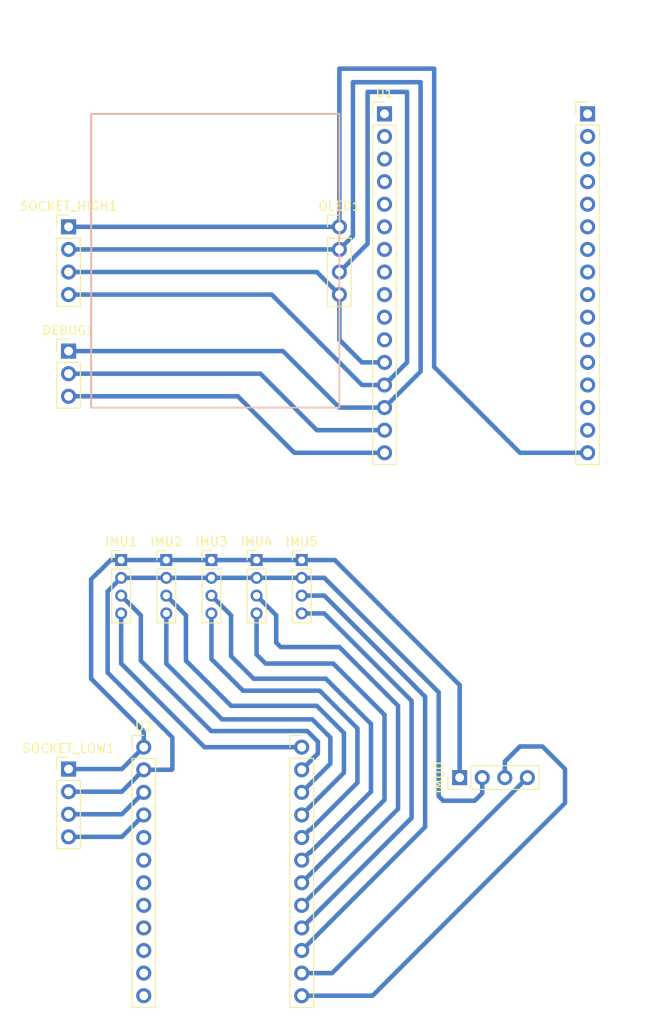
<source format=kicad_pcb>
(kicad_pcb (version 20171130) (host pcbnew "(5.0.2)-1")

  (general
    (thickness 1.6)
    (drawings 28)
    (tracks 158)
    (zones 0)
    (modules 12)
    (nets 57)
  )

  (page A4)
  (layers
    (0 F.Cu signal)
    (31 B.Cu signal)
    (32 B.Adhes user)
    (33 F.Adhes user)
    (34 B.Paste user)
    (35 F.Paste user)
    (36 B.SilkS user)
    (37 F.SilkS user)
    (38 B.Mask user)
    (39 F.Mask user)
    (40 Dwgs.User user)
    (41 Cmts.User user)
    (42 Eco1.User user)
    (43 Eco2.User user)
    (44 Edge.Cuts user)
    (45 Margin user)
    (46 B.CrtYd user)
    (47 F.CrtYd user)
    (48 B.Fab user)
    (49 F.Fab user)
  )

  (setup
    (last_trace_width 0.508)
    (user_trace_width 0.254)
    (user_trace_width 0.508)
    (user_trace_width 1.016)
    (user_trace_width 2.032)
    (trace_clearance 0.2)
    (zone_clearance 0.508)
    (zone_45_only no)
    (trace_min 0.2)
    (segment_width 0.2)
    (edge_width 0.15)
    (via_size 0.8)
    (via_drill 0.4)
    (via_min_size 0.4)
    (via_min_drill 0.3)
    (uvia_size 0.3)
    (uvia_drill 0.1)
    (uvias_allowed no)
    (uvia_min_size 0.2)
    (uvia_min_drill 0.1)
    (pcb_text_width 0.3)
    (pcb_text_size 1.5 1.5)
    (mod_edge_width 0.15)
    (mod_text_size 1 1)
    (mod_text_width 0.15)
    (pad_size 1.7 1.7)
    (pad_drill 1)
    (pad_to_mask_clearance 0.051)
    (solder_mask_min_width 0.25)
    (aux_axis_origin 0 0)
    (visible_elements 7FFFFFFF)
    (pcbplotparams
      (layerselection 0x010fc_ffffffff)
      (usegerberextensions false)
      (usegerberattributes false)
      (usegerberadvancedattributes false)
      (creategerberjobfile false)
      (excludeedgelayer true)
      (linewidth 0.100000)
      (plotframeref false)
      (viasonmask false)
      (mode 1)
      (useauxorigin false)
      (hpglpennumber 1)
      (hpglpenspeed 20)
      (hpglpendiameter 15.000000)
      (psnegative false)
      (psa4output false)
      (plotreference true)
      (plotvalue true)
      (plotinvisibletext false)
      (padsonsilk false)
      (subtractmaskfromsilk false)
      (outputformat 1)
      (mirror false)
      (drillshape 1)
      (scaleselection 1)
      (outputdirectory "svg/"))
  )

  (net 0 "")
  (net 1 "Net-(U1-Pad19)")
  (net 2 "Net-(U1-Pad24)")
  (net 3 "Net-(U1-Pad18)")
  (net 4 "Net-(U1-Pad28)")
  (net 5 "Net-(U1-Pad20)")
  (net 6 "Net-(U1-Pad30)")
  (net 7 "Net-(U1-Pad23)")
  (net 8 "Net-(U1-Pad22)")
  (net 9 "Net-(U1-Pad27)")
  (net 10 "Net-(U1-Pad31)")
  (net 11 "Net-(U1-Pad21)")
  (net 12 "Net-(U1-Pad32)")
  (net 13 "Net-(U1-Pad26)")
  (net 14 "Net-(U1-Pad25)")
  (net 15 "Net-(U1-Pad29)")
  (net 16 "Net-(U1-Pad11)")
  (net 17 "Net-(U1-Pad10)")
  (net 18 "Net-(U1-Pad9)")
  (net 19 "Net-(U1-Pad8)")
  (net 20 "Net-(U1-Pad7)")
  (net 21 "Net-(U1-Pad6)")
  (net 22 "Net-(U1-Pad5)")
  (net 23 "Net-(U1-Pad4)")
  (net 24 "Net-(U1-Pad3)")
  (net 25 "Net-(U1-Pad2)")
  (net 26 "Net-(U1-Pad1)")
  (net 27 "Net-(OLED1-Pad1)")
  (net 28 "Net-(DEBUG1-Pad3)")
  (net 29 "Net-(DEBUG1-Pad2)")
  (net 30 "Net-(DEBUG1-Pad1)")
  (net 31 "Net-(OLED1-Pad3)")
  (net 32 "Net-(OLED1-Pad4)")
  (net 33 "Net-(U2-Pad5)")
  (net 34 "Net-(U2-Pad6)")
  (net 35 "Net-(U2-Pad7)")
  (net 36 "Net-(U2-Pad8)")
  (net 37 "Net-(U2-Pad9)")
  (net 38 "Net-(U2-Pad10)")
  (net 39 "Net-(U2-Pad11)")
  (net 40 "Net-(U2-Pad12)")
  (net 41 "Net-(IMU0-Pad1)")
  (net 42 "Net-(IMU0-Pad2)")
  (net 43 "Net-(IMU0-Pad3)")
  (net 44 "Net-(IMU0-Pad4)")
  (net 45 "Net-(IMU4-Pad4)")
  (net 46 "Net-(IMU1-Pad4)")
  (net 47 "Net-(IMU1-Pad3)")
  (net 48 "Net-(IMU2-Pad4)")
  (net 49 "Net-(IMU3-Pad3)")
  (net 50 "Net-(IMU4-Pad3)")
  (net 51 "Net-(IMU5-Pad3)")
  (net 52 "Net-(IMU5-Pad4)")
  (net 53 "Net-(IMU2-Pad3)")
  (net 54 "Net-(IMU3-Pad4)")
  (net 55 "Net-(SOCKET_LOW1-Pad4)")
  (net 56 "Net-(SOCKET_LOW1-Pad3)")

  (net_class Default "This is the default net class."
    (clearance 0.2)
    (trace_width 0.25)
    (via_dia 0.8)
    (via_drill 0.4)
    (uvia_dia 0.3)
    (uvia_drill 0.1)
    (add_net "Net-(DEBUG1-Pad1)")
    (add_net "Net-(DEBUG1-Pad2)")
    (add_net "Net-(DEBUG1-Pad3)")
    (add_net "Net-(IMU0-Pad1)")
    (add_net "Net-(IMU0-Pad2)")
    (add_net "Net-(IMU0-Pad3)")
    (add_net "Net-(IMU0-Pad4)")
    (add_net "Net-(IMU1-Pad3)")
    (add_net "Net-(IMU1-Pad4)")
    (add_net "Net-(IMU2-Pad3)")
    (add_net "Net-(IMU2-Pad4)")
    (add_net "Net-(IMU3-Pad3)")
    (add_net "Net-(IMU3-Pad4)")
    (add_net "Net-(IMU4-Pad3)")
    (add_net "Net-(IMU4-Pad4)")
    (add_net "Net-(IMU5-Pad3)")
    (add_net "Net-(IMU5-Pad4)")
    (add_net "Net-(OLED1-Pad1)")
    (add_net "Net-(OLED1-Pad3)")
    (add_net "Net-(OLED1-Pad4)")
    (add_net "Net-(SOCKET_LOW1-Pad3)")
    (add_net "Net-(SOCKET_LOW1-Pad4)")
    (add_net "Net-(U1-Pad1)")
    (add_net "Net-(U1-Pad10)")
    (add_net "Net-(U1-Pad11)")
    (add_net "Net-(U1-Pad18)")
    (add_net "Net-(U1-Pad19)")
    (add_net "Net-(U1-Pad2)")
    (add_net "Net-(U1-Pad20)")
    (add_net "Net-(U1-Pad21)")
    (add_net "Net-(U1-Pad22)")
    (add_net "Net-(U1-Pad23)")
    (add_net "Net-(U1-Pad24)")
    (add_net "Net-(U1-Pad25)")
    (add_net "Net-(U1-Pad26)")
    (add_net "Net-(U1-Pad27)")
    (add_net "Net-(U1-Pad28)")
    (add_net "Net-(U1-Pad29)")
    (add_net "Net-(U1-Pad3)")
    (add_net "Net-(U1-Pad30)")
    (add_net "Net-(U1-Pad31)")
    (add_net "Net-(U1-Pad32)")
    (add_net "Net-(U1-Pad4)")
    (add_net "Net-(U1-Pad5)")
    (add_net "Net-(U1-Pad6)")
    (add_net "Net-(U1-Pad7)")
    (add_net "Net-(U1-Pad8)")
    (add_net "Net-(U1-Pad9)")
    (add_net "Net-(U2-Pad10)")
    (add_net "Net-(U2-Pad11)")
    (add_net "Net-(U2-Pad12)")
    (add_net "Net-(U2-Pad5)")
    (add_net "Net-(U2-Pad6)")
    (add_net "Net-(U2-Pad7)")
    (add_net "Net-(U2-Pad8)")
    (add_net "Net-(U2-Pad9)")
  )

  (module myLib:1x12 (layer F.Cu) (tedit 5C71375A) (tstamp 5C71E134)
    (at 49.100002 106.758206)
    (descr "Through hole straight pin header, 1x12, 2.54mm pitch, single row")
    (tags "Through hole pin header THT 1x12 2.54mm single row")
    (path /5C71D95E)
    (fp_text reference U2 (at 0 -2.33) (layer F.SilkS)
      (effects (font (size 1 1) (thickness 0.15)))
    )
    (fp_text value mux (at 0 30.27) (layer F.Fab)
      (effects (font (size 1 1) (thickness 0.15)))
    )
    (fp_line (start -0.635 -1.27) (end 1.27 -1.27) (layer F.Fab) (width 0.1))
    (fp_line (start 1.27 -1.27) (end 1.27 29.21) (layer F.Fab) (width 0.1))
    (fp_line (start 1.27 29.21) (end -1.27 29.21) (layer F.Fab) (width 0.1))
    (fp_line (start -1.27 29.21) (end -1.27 -0.635) (layer F.Fab) (width 0.1))
    (fp_line (start -1.27 -0.635) (end -0.635 -1.27) (layer F.Fab) (width 0.1))
    (fp_line (start -1.33 29.27) (end 1.33 29.27) (layer F.SilkS) (width 0.12))
    (fp_line (start -1.33 1.27) (end -1.33 29.27) (layer F.SilkS) (width 0.12))
    (fp_line (start 1.33 1.27) (end 1.33 29.27) (layer F.SilkS) (width 0.12))
    (fp_line (start -1.33 1.27) (end 1.33 1.27) (layer F.SilkS) (width 0.12))
    (fp_line (start -1.33 0) (end -1.33 -1.33) (layer F.SilkS) (width 0.12))
    (fp_line (start -1.33 -1.33) (end 0 -1.33) (layer F.SilkS) (width 0.12))
    (fp_line (start -1.8 -1.8) (end -1.8 29.75) (layer F.CrtYd) (width 0.05))
    (fp_line (start -1.8 29.75) (end 1.8 29.75) (layer F.CrtYd) (width 0.05))
    (fp_line (start 1.8 29.75) (end 1.8 -1.8) (layer F.CrtYd) (width 0.05))
    (fp_line (start 1.8 -1.8) (end -1.8 -1.8) (layer F.CrtYd) (width 0.05))
    (fp_text user %R (at 0 13.97 90) (layer F.Fab)
      (effects (font (size 1 1) (thickness 0.15)))
    )
    (fp_line (start 17.145 -1.27) (end 19.05 -1.27) (layer F.Fab) (width 0.1))
    (fp_line (start 19.05 -1.27) (end 19.05 29.21) (layer F.Fab) (width 0.1))
    (fp_line (start 19.05 29.21) (end 16.51 29.21) (layer F.Fab) (width 0.1))
    (fp_line (start 16.45 -1.33) (end 17.78 -1.33) (layer F.SilkS) (width 0.12))
    (fp_line (start 16.45 29.27) (end 19.11 29.27) (layer F.SilkS) (width 0.12))
    (fp_line (start 15.98 -1.8) (end 15.98 29.75) (layer F.CrtYd) (width 0.05))
    (fp_line (start 16.51 -0.635) (end 17.145 -1.27) (layer F.Fab) (width 0.1))
    (fp_line (start 15.98 29.75) (end 19.58 29.75) (layer F.CrtYd) (width 0.05))
    (fp_line (start 19.11 1.27) (end 19.11 29.27) (layer F.SilkS) (width 0.12))
    (fp_line (start 19.58 29.75) (end 19.58 -1.8) (layer F.CrtYd) (width 0.05))
    (fp_line (start 19.58 -1.8) (end 15.98 -1.8) (layer F.CrtYd) (width 0.05))
    (fp_line (start 16.51 29.21) (end 16.51 -0.635) (layer F.Fab) (width 0.1))
    (fp_line (start 16.45 1.27) (end 19.11 1.27) (layer F.SilkS) (width 0.12))
    (fp_line (start 16.45 0) (end 16.45 -1.33) (layer F.SilkS) (width 0.12))
    (fp_line (start 16.45 1.27) (end 16.45 29.27) (layer F.SilkS) (width 0.12))
    (fp_text user %R (at 17.78 13.97 90) (layer F.Fab)
      (effects (font (size 1 1) (thickness 0.15)))
    )
    (pad 1 thru_hole circle (at 0 0) (size 1.7 1.7) (drill 1) (layers *.Cu *.Mask)
      (net 41 "Net-(IMU0-Pad1)"))
    (pad 2 thru_hole oval (at 0 2.54) (size 1.7 1.7) (drill 1) (layers *.Cu *.Mask)
      (net 42 "Net-(IMU0-Pad2)"))
    (pad 3 thru_hole oval (at 0 5.08) (size 1.7 1.7) (drill 1) (layers *.Cu *.Mask)
      (net 56 "Net-(SOCKET_LOW1-Pad3)"))
    (pad 4 thru_hole oval (at 0 7.62) (size 1.7 1.7) (drill 1) (layers *.Cu *.Mask)
      (net 55 "Net-(SOCKET_LOW1-Pad4)"))
    (pad 5 thru_hole oval (at 0 10.16) (size 1.7 1.7) (drill 1) (layers *.Cu *.Mask)
      (net 33 "Net-(U2-Pad5)"))
    (pad 6 thru_hole oval (at 0 12.7) (size 1.7 1.7) (drill 1) (layers *.Cu *.Mask)
      (net 34 "Net-(U2-Pad6)"))
    (pad 7 thru_hole oval (at 0 15.24) (size 1.7 1.7) (drill 1) (layers *.Cu *.Mask)
      (net 35 "Net-(U2-Pad7)"))
    (pad 8 thru_hole oval (at 0 17.78) (size 1.7 1.7) (drill 1) (layers *.Cu *.Mask)
      (net 36 "Net-(U2-Pad8)"))
    (pad 9 thru_hole oval (at 0 20.32) (size 1.7 1.7) (drill 1) (layers *.Cu *.Mask)
      (net 37 "Net-(U2-Pad9)"))
    (pad 10 thru_hole oval (at 0 22.86) (size 1.7 1.7) (drill 1) (layers *.Cu *.Mask)
      (net 38 "Net-(U2-Pad10)"))
    (pad 11 thru_hole oval (at 0 25.4) (size 1.7 1.7) (drill 1) (layers *.Cu *.Mask)
      (net 39 "Net-(U2-Pad11)"))
    (pad 12 thru_hole oval (at 0 27.94) (size 1.7 1.7) (drill 1) (layers *.Cu *.Mask)
      (net 40 "Net-(U2-Pad12)"))
    (pad 19 thru_hole oval (at 17.78 12.7) (size 1.7 1.7) (drill 1) (layers *.Cu *.Mask)
      (net 49 "Net-(IMU3-Pad3)"))
    (pad 22 thru_hole oval (at 17.78 5.08) (size 1.7 1.7) (drill 1) (layers *.Cu *.Mask)
      (net 48 "Net-(IMU2-Pad4)"))
    (pad 15 thru_hole oval (at 17.78 22.86) (size 1.7 1.7) (drill 1) (layers *.Cu *.Mask)
      (net 51 "Net-(IMU5-Pad3)"))
    (pad 14 thru_hole oval (at 17.78 25.4) (size 1.7 1.7) (drill 1) (layers *.Cu *.Mask)
      (net 44 "Net-(IMU0-Pad4)"))
    (pad 13 thru_hole oval (at 17.78 27.94) (size 1.7 1.7) (drill 1) (layers *.Cu *.Mask)
      (net 43 "Net-(IMU0-Pad3)"))
    (pad 16 thru_hole oval (at 17.78 20.32) (size 1.7 1.7) (drill 1) (layers *.Cu *.Mask)
      (net 52 "Net-(IMU5-Pad4)"))
    (pad 18 thru_hole oval (at 17.78 15.24) (size 1.7 1.7) (drill 1) (layers *.Cu *.Mask)
      (net 45 "Net-(IMU4-Pad4)"))
    (pad 20 thru_hole oval (at 17.78 10.16) (size 1.7 1.7) (drill 1) (layers *.Cu *.Mask)
      (net 54 "Net-(IMU3-Pad4)"))
    (pad 21 thru_hole oval (at 17.78 7.62) (size 1.7 1.7) (drill 1) (layers *.Cu *.Mask)
      (net 53 "Net-(IMU2-Pad3)"))
    (pad 24 thru_hole oval (at 17.78 0) (size 1.7 1.7) (drill 1) (layers *.Cu *.Mask)
      (net 46 "Net-(IMU1-Pad4)"))
    (pad 23 thru_hole oval (at 17.78 2.54) (size 1.7 1.7) (drill 1) (layers *.Cu *.Mask)
      (net 47 "Net-(IMU1-Pad3)"))
    (pad 17 thru_hole oval (at 17.78 17.78) (size 1.7 1.7) (drill 1) (layers *.Cu *.Mask)
      (net 50 "Net-(IMU4-Pad3)"))
    (model ${KISYS3DMOD}/Connector_PinHeader_2.54mm.3dshapes/PinHeader_1x12_P2.54mm_Vertical.wrl
      (at (xyz 0 0 0))
      (scale (xyz 1 1 1))
      (rotate (xyz 0 0 0))
    )
  )

  (module myLib:PinHeader_1x16_P2.54mm_Vertical (layer F.Cu) (tedit 5C71041D) (tstamp 5C7FD43E)
    (at 76.2 35.56)
    (descr "Through hole straight pin header, 1x16, 2.54mm pitch, single row")
    (tags "Through hole pin header THT 1x16 2.54mm single row")
    (path /5C711050)
    (fp_text reference U1 (at 0 -2.33) (layer F.SilkS)
      (effects (font (size 1 1) (thickness 0.15)))
    )
    (fp_text value NANOPI (at 0 40.43) (layer F.Fab)
      (effects (font (size 1 1) (thickness 0.15)))
    )
    (fp_line (start 21.06 39.9) (end 24.66 39.9) (layer F.CrtYd) (width 0.05))
    (fp_line (start 24.13 -1.27) (end 24.13 39.37) (layer F.Fab) (width 0.1))
    (fp_line (start 24.66 39.9) (end 24.66 -1.8) (layer F.CrtYd) (width 0.05))
    (fp_line (start 21.53 -1.33) (end 22.86 -1.33) (layer F.SilkS) (width 0.12))
    (fp_line (start 21.59 -0.635) (end 22.225 -1.27) (layer F.Fab) (width 0.1))
    (fp_line (start 21.53 0) (end 21.53 -1.33) (layer F.SilkS) (width 0.12))
    (fp_line (start 21.53 1.27) (end 24.19 1.27) (layer F.SilkS) (width 0.12))
    (fp_line (start 21.53 39.43) (end 24.19 39.43) (layer F.SilkS) (width 0.12))
    (fp_line (start 22.225 -1.27) (end 24.13 -1.27) (layer F.Fab) (width 0.1))
    (fp_line (start 24.19 1.27) (end 24.19 39.43) (layer F.SilkS) (width 0.12))
    (fp_line (start 21.53 1.27) (end 21.53 39.43) (layer F.SilkS) (width 0.12))
    (fp_line (start 21.06 -1.8) (end 21.06 39.9) (layer F.CrtYd) (width 0.05))
    (fp_line (start 24.66 -1.8) (end 21.06 -1.8) (layer F.CrtYd) (width 0.05))
    (fp_line (start 24.13 39.37) (end 21.59 39.37) (layer F.Fab) (width 0.1))
    (fp_line (start 21.59 39.37) (end 21.59 -0.635) (layer F.Fab) (width 0.1))
    (fp_text user %R (at 22.86 19.05 90) (layer F.Fab)
      (effects (font (size 1 1) (thickness 0.15)))
    )
    (fp_text user %R (at 0 19.05 90) (layer F.Fab)
      (effects (font (size 1 1) (thickness 0.15)))
    )
    (fp_line (start 1.8 -1.8) (end -1.8 -1.8) (layer F.CrtYd) (width 0.05))
    (fp_line (start 1.8 39.9) (end 1.8 -1.8) (layer F.CrtYd) (width 0.05))
    (fp_line (start -1.8 39.9) (end 1.8 39.9) (layer F.CrtYd) (width 0.05))
    (fp_line (start -1.8 -1.8) (end -1.8 39.9) (layer F.CrtYd) (width 0.05))
    (fp_line (start -1.33 -1.33) (end 0 -1.33) (layer F.SilkS) (width 0.12))
    (fp_line (start -1.33 0) (end -1.33 -1.33) (layer F.SilkS) (width 0.12))
    (fp_line (start -1.33 1.27) (end 1.33 1.27) (layer F.SilkS) (width 0.12))
    (fp_line (start 1.33 1.27) (end 1.33 39.43) (layer F.SilkS) (width 0.12))
    (fp_line (start -1.33 1.27) (end -1.33 39.43) (layer F.SilkS) (width 0.12))
    (fp_line (start -1.33 39.43) (end 1.33 39.43) (layer F.SilkS) (width 0.12))
    (fp_line (start -1.27 -0.635) (end -0.635 -1.27) (layer F.Fab) (width 0.1))
    (fp_line (start -1.27 39.37) (end -1.27 -0.635) (layer F.Fab) (width 0.1))
    (fp_line (start 1.27 39.37) (end -1.27 39.37) (layer F.Fab) (width 0.1))
    (fp_line (start 1.27 -1.27) (end 1.27 39.37) (layer F.Fab) (width 0.1))
    (fp_line (start -0.635 -1.27) (end 1.27 -1.27) (layer F.Fab) (width 0.1))
    (pad 19 thru_hole oval (at 22.86 33.02) (size 1.7 1.7) (drill 1) (layers *.Cu *.Mask)
      (net 1 "Net-(U1-Pad19)"))
    (pad 17 thru_hole oval (at 22.86 38.1) (size 1.7 1.7) (drill 1) (layers *.Cu *.Mask)
      (net 27 "Net-(OLED1-Pad1)"))
    (pad 24 thru_hole oval (at 22.86 20.32) (size 1.7 1.7) (drill 1) (layers *.Cu *.Mask)
      (net 2 "Net-(U1-Pad24)"))
    (pad 18 thru_hole oval (at 22.86 35.56) (size 1.7 1.7) (drill 1) (layers *.Cu *.Mask)
      (net 3 "Net-(U1-Pad18)"))
    (pad 28 thru_hole oval (at 22.86 10.16) (size 1.7 1.7) (drill 1) (layers *.Cu *.Mask)
      (net 4 "Net-(U1-Pad28)"))
    (pad 20 thru_hole oval (at 22.86 30.48) (size 1.7 1.7) (drill 1) (layers *.Cu *.Mask)
      (net 5 "Net-(U1-Pad20)"))
    (pad 30 thru_hole oval (at 22.86 5.08) (size 1.7 1.7) (drill 1) (layers *.Cu *.Mask)
      (net 6 "Net-(U1-Pad30)"))
    (pad 23 thru_hole oval (at 22.86 22.86) (size 1.7 1.7) (drill 1) (layers *.Cu *.Mask)
      (net 7 "Net-(U1-Pad23)"))
    (pad 22 thru_hole oval (at 22.86 25.4) (size 1.7 1.7) (drill 1) (layers *.Cu *.Mask)
      (net 8 "Net-(U1-Pad22)"))
    (pad 27 thru_hole oval (at 22.86 12.7) (size 1.7 1.7) (drill 1) (layers *.Cu *.Mask)
      (net 9 "Net-(U1-Pad27)"))
    (pad 31 thru_hole oval (at 22.86 2.54) (size 1.7 1.7) (drill 1) (layers *.Cu *.Mask)
      (net 10 "Net-(U1-Pad31)"))
    (pad 21 thru_hole oval (at 22.86 27.94) (size 1.7 1.7) (drill 1) (layers *.Cu *.Mask)
      (net 11 "Net-(U1-Pad21)"))
    (pad 32 thru_hole rect (at 22.86 0) (size 1.7 1.7) (drill 1) (layers *.Cu *.Mask)
      (net 12 "Net-(U1-Pad32)"))
    (pad 26 thru_hole oval (at 22.86 15.24) (size 1.7 1.7) (drill 1) (layers *.Cu *.Mask)
      (net 13 "Net-(U1-Pad26)"))
    (pad 25 thru_hole oval (at 22.86 17.78) (size 1.7 1.7) (drill 1) (layers *.Cu *.Mask)
      (net 14 "Net-(U1-Pad25)"))
    (pad 29 thru_hole oval (at 22.86 7.62) (size 1.7 1.7) (drill 1) (layers *.Cu *.Mask)
      (net 15 "Net-(U1-Pad29)"))
    (pad 16 thru_hole oval (at 0 38.1) (size 1.7 1.7) (drill 1) (layers *.Cu *.Mask)
      (net 28 "Net-(DEBUG1-Pad3)"))
    (pad 15 thru_hole oval (at 0 35.56) (size 1.7 1.7) (drill 1) (layers *.Cu *.Mask)
      (net 29 "Net-(DEBUG1-Pad2)"))
    (pad 14 thru_hole oval (at 0 33.02) (size 1.7 1.7) (drill 1) (layers *.Cu *.Mask)
      (net 30 "Net-(DEBUG1-Pad1)"))
    (pad 13 thru_hole oval (at 0 30.48) (size 1.7 1.7) (drill 1) (layers *.Cu *.Mask)
      (net 31 "Net-(OLED1-Pad3)"))
    (pad 12 thru_hole oval (at 0 27.94) (size 1.7 1.7) (drill 1) (layers *.Cu *.Mask)
      (net 32 "Net-(OLED1-Pad4)"))
    (pad 11 thru_hole oval (at 0 25.4) (size 1.7 1.7) (drill 1) (layers *.Cu *.Mask)
      (net 16 "Net-(U1-Pad11)"))
    (pad 10 thru_hole oval (at 0 22.86) (size 1.7 1.7) (drill 1) (layers *.Cu *.Mask)
      (net 17 "Net-(U1-Pad10)"))
    (pad 9 thru_hole oval (at 0 20.32) (size 1.7 1.7) (drill 1) (layers *.Cu *.Mask)
      (net 18 "Net-(U1-Pad9)"))
    (pad 8 thru_hole oval (at 0 17.78) (size 1.7 1.7) (drill 1) (layers *.Cu *.Mask)
      (net 19 "Net-(U1-Pad8)"))
    (pad 7 thru_hole oval (at 0 15.24) (size 1.7 1.7) (drill 1) (layers *.Cu *.Mask)
      (net 20 "Net-(U1-Pad7)"))
    (pad 6 thru_hole oval (at 0 12.7) (size 1.7 1.7) (drill 1) (layers *.Cu *.Mask)
      (net 21 "Net-(U1-Pad6)"))
    (pad 5 thru_hole oval (at 0 10.16) (size 1.7 1.7) (drill 1) (layers *.Cu *.Mask)
      (net 22 "Net-(U1-Pad5)"))
    (pad 4 thru_hole oval (at 0 7.62) (size 1.7 1.7) (drill 1) (layers *.Cu *.Mask)
      (net 23 "Net-(U1-Pad4)"))
    (pad 3 thru_hole oval (at 0 5.08) (size 1.7 1.7) (drill 1) (layers *.Cu *.Mask)
      (net 24 "Net-(U1-Pad3)"))
    (pad 2 thru_hole oval (at 0 2.54) (size 1.7 1.7) (drill 1) (layers *.Cu *.Mask)
      (net 25 "Net-(U1-Pad2)"))
    (pad 1 thru_hole rect (at 0 0) (size 1.7 1.7) (drill 1) (layers *.Cu *.Mask)
      (net 26 "Net-(U1-Pad1)"))
    (model ${KISYS3DMOD}/Connector_PinHeader_2.54mm.3dshapes/PinHeader_1x16_P2.54mm_Vertical.wrl
      (at (xyz 0 0 0))
      (scale (xyz 1 1 1))
      (rotate (xyz 0 0 0))
    )
  )

  (module Connector_PinHeader_2.00mm:PinHeader_1x04_P2.00mm_Vertical (layer F.Cu) (tedit 59FED667) (tstamp 5C7B911A)
    (at 51.640002 85.721054)
    (descr "Through hole straight pin header, 1x04, 2.00mm pitch, single row")
    (tags "Through hole pin header THT 1x04 2.00mm single row")
    (path /5C713A19)
    (fp_text reference IMU2 (at 0 -2.06) (layer F.SilkS)
      (effects (font (size 1 1) (thickness 0.15)))
    )
    (fp_text value Conn_01x04_Female (at 0 8.06) (layer F.Fab)
      (effects (font (size 1 1) (thickness 0.15)))
    )
    (fp_text user %R (at 0 3 90) (layer F.Fab)
      (effects (font (size 1 1) (thickness 0.15)))
    )
    (fp_line (start 1.5 -1.5) (end -1.5 -1.5) (layer F.CrtYd) (width 0.05))
    (fp_line (start 1.5 7.5) (end 1.5 -1.5) (layer F.CrtYd) (width 0.05))
    (fp_line (start -1.5 7.5) (end 1.5 7.5) (layer F.CrtYd) (width 0.05))
    (fp_line (start -1.5 -1.5) (end -1.5 7.5) (layer F.CrtYd) (width 0.05))
    (fp_line (start -1.06 -1.06) (end 0 -1.06) (layer F.SilkS) (width 0.12))
    (fp_line (start -1.06 0) (end -1.06 -1.06) (layer F.SilkS) (width 0.12))
    (fp_line (start -1.06 1) (end 1.06 1) (layer F.SilkS) (width 0.12))
    (fp_line (start 1.06 1) (end 1.06 7.06) (layer F.SilkS) (width 0.12))
    (fp_line (start -1.06 1) (end -1.06 7.06) (layer F.SilkS) (width 0.12))
    (fp_line (start -1.06 7.06) (end 1.06 7.06) (layer F.SilkS) (width 0.12))
    (fp_line (start -1 -0.5) (end -0.5 -1) (layer F.Fab) (width 0.1))
    (fp_line (start -1 7) (end -1 -0.5) (layer F.Fab) (width 0.1))
    (fp_line (start 1 7) (end -1 7) (layer F.Fab) (width 0.1))
    (fp_line (start 1 -1) (end 1 7) (layer F.Fab) (width 0.1))
    (fp_line (start -0.5 -1) (end 1 -1) (layer F.Fab) (width 0.1))
    (pad 4 thru_hole oval (at 0 6) (size 1.35 1.35) (drill 0.8) (layers *.Cu *.Mask)
      (net 48 "Net-(IMU2-Pad4)"))
    (pad 3 thru_hole oval (at 0 4) (size 1.35 1.35) (drill 0.8) (layers *.Cu *.Mask)
      (net 53 "Net-(IMU2-Pad3)"))
    (pad 2 thru_hole oval (at 0 2) (size 1.35 1.35) (drill 0.8) (layers *.Cu *.Mask)
      (net 42 "Net-(IMU0-Pad2)"))
    (pad 1 thru_hole rect (at 0 0) (size 1.35 1.35) (drill 0.8) (layers *.Cu *.Mask)
      (net 41 "Net-(IMU0-Pad1)"))
    (model ${KISYS3DMOD}/Connector_PinHeader_2.00mm.3dshapes/PinHeader_1x04_P2.00mm_Vertical.wrl
      (at (xyz 0 0 0))
      (scale (xyz 1 1 1))
      (rotate (xyz 0 0 0))
    )
  )

  (module Connector_PinHeader_2.00mm:PinHeader_1x04_P2.00mm_Vertical (layer F.Cu) (tedit 59FED667) (tstamp 5C7B915F)
    (at 66.880002 85.721054)
    (descr "Through hole straight pin header, 1x04, 2.00mm pitch, single row")
    (tags "Through hole pin header THT 1x04 2.00mm single row")
    (path /5C7149D3)
    (fp_text reference IMU5 (at 0 -2.06) (layer F.SilkS)
      (effects (font (size 1 1) (thickness 0.15)))
    )
    (fp_text value Conn_01x04_Female (at 0 8.06) (layer F.Fab)
      (effects (font (size 1 1) (thickness 0.15)))
    )
    (fp_line (start -0.5 -1) (end 1 -1) (layer F.Fab) (width 0.1))
    (fp_line (start 1 -1) (end 1 7) (layer F.Fab) (width 0.1))
    (fp_line (start 1 7) (end -1 7) (layer F.Fab) (width 0.1))
    (fp_line (start -1 7) (end -1 -0.5) (layer F.Fab) (width 0.1))
    (fp_line (start -1 -0.5) (end -0.5 -1) (layer F.Fab) (width 0.1))
    (fp_line (start -1.06 7.06) (end 1.06 7.06) (layer F.SilkS) (width 0.12))
    (fp_line (start -1.06 1) (end -1.06 7.06) (layer F.SilkS) (width 0.12))
    (fp_line (start 1.06 1) (end 1.06 7.06) (layer F.SilkS) (width 0.12))
    (fp_line (start -1.06 1) (end 1.06 1) (layer F.SilkS) (width 0.12))
    (fp_line (start -1.06 0) (end -1.06 -1.06) (layer F.SilkS) (width 0.12))
    (fp_line (start -1.06 -1.06) (end 0 -1.06) (layer F.SilkS) (width 0.12))
    (fp_line (start -1.5 -1.5) (end -1.5 7.5) (layer F.CrtYd) (width 0.05))
    (fp_line (start -1.5 7.5) (end 1.5 7.5) (layer F.CrtYd) (width 0.05))
    (fp_line (start 1.5 7.5) (end 1.5 -1.5) (layer F.CrtYd) (width 0.05))
    (fp_line (start 1.5 -1.5) (end -1.5 -1.5) (layer F.CrtYd) (width 0.05))
    (fp_text user %R (at 0 3 90) (layer F.Fab)
      (effects (font (size 1 1) (thickness 0.15)))
    )
    (pad 1 thru_hole rect (at 0 0) (size 1.35 1.35) (drill 0.8) (layers *.Cu *.Mask)
      (net 41 "Net-(IMU0-Pad1)"))
    (pad 2 thru_hole oval (at 0 2) (size 1.35 1.35) (drill 0.8) (layers *.Cu *.Mask)
      (net 42 "Net-(IMU0-Pad2)"))
    (pad 3 thru_hole oval (at 0 4) (size 1.35 1.35) (drill 0.8) (layers *.Cu *.Mask)
      (net 51 "Net-(IMU5-Pad3)"))
    (pad 4 thru_hole oval (at 0 6) (size 1.35 1.35) (drill 0.8) (layers *.Cu *.Mask)
      (net 52 "Net-(IMU5-Pad4)"))
    (model ${KISYS3DMOD}/Connector_PinHeader_2.00mm.3dshapes/PinHeader_1x04_P2.00mm_Vertical.wrl
      (at (xyz 0 0 0))
      (scale (xyz 1 1 1))
      (rotate (xyz 0 0 0))
    )
  )

  (module Connector_PinHeader_2.00mm:PinHeader_1x04_P2.00mm_Vertical (layer F.Cu) (tedit 59FED667) (tstamp 5C7B9148)
    (at 61.800002 85.721054)
    (descr "Through hole straight pin header, 1x04, 2.00mm pitch, single row")
    (tags "Through hole pin header THT 1x04 2.00mm single row")
    (path /5C71459B)
    (fp_text reference IMU4 (at 0 -2.06) (layer F.SilkS)
      (effects (font (size 1 1) (thickness 0.15)))
    )
    (fp_text value Conn_01x04_Female (at 0 8.06) (layer F.Fab)
      (effects (font (size 1 1) (thickness 0.15)))
    )
    (fp_text user %R (at 0 3 90) (layer F.Fab)
      (effects (font (size 1 1) (thickness 0.15)))
    )
    (fp_line (start 1.5 -1.5) (end -1.5 -1.5) (layer F.CrtYd) (width 0.05))
    (fp_line (start 1.5 7.5) (end 1.5 -1.5) (layer F.CrtYd) (width 0.05))
    (fp_line (start -1.5 7.5) (end 1.5 7.5) (layer F.CrtYd) (width 0.05))
    (fp_line (start -1.5 -1.5) (end -1.5 7.5) (layer F.CrtYd) (width 0.05))
    (fp_line (start -1.06 -1.06) (end 0 -1.06) (layer F.SilkS) (width 0.12))
    (fp_line (start -1.06 0) (end -1.06 -1.06) (layer F.SilkS) (width 0.12))
    (fp_line (start -1.06 1) (end 1.06 1) (layer F.SilkS) (width 0.12))
    (fp_line (start 1.06 1) (end 1.06 7.06) (layer F.SilkS) (width 0.12))
    (fp_line (start -1.06 1) (end -1.06 7.06) (layer F.SilkS) (width 0.12))
    (fp_line (start -1.06 7.06) (end 1.06 7.06) (layer F.SilkS) (width 0.12))
    (fp_line (start -1 -0.5) (end -0.5 -1) (layer F.Fab) (width 0.1))
    (fp_line (start -1 7) (end -1 -0.5) (layer F.Fab) (width 0.1))
    (fp_line (start 1 7) (end -1 7) (layer F.Fab) (width 0.1))
    (fp_line (start 1 -1) (end 1 7) (layer F.Fab) (width 0.1))
    (fp_line (start -0.5 -1) (end 1 -1) (layer F.Fab) (width 0.1))
    (pad 4 thru_hole oval (at 0 6) (size 1.35 1.35) (drill 0.8) (layers *.Cu *.Mask)
      (net 45 "Net-(IMU4-Pad4)"))
    (pad 3 thru_hole oval (at 0 4) (size 1.35 1.35) (drill 0.8) (layers *.Cu *.Mask)
      (net 50 "Net-(IMU4-Pad3)"))
    (pad 2 thru_hole oval (at 0 2) (size 1.35 1.35) (drill 0.8) (layers *.Cu *.Mask)
      (net 42 "Net-(IMU0-Pad2)"))
    (pad 1 thru_hole rect (at 0 0) (size 1.35 1.35) (drill 0.8) (layers *.Cu *.Mask)
      (net 41 "Net-(IMU0-Pad1)"))
    (model ${KISYS3DMOD}/Connector_PinHeader_2.00mm.3dshapes/PinHeader_1x04_P2.00mm_Vertical.wrl
      (at (xyz 0 0 0))
      (scale (xyz 1 1 1))
      (rotate (xyz 0 0 0))
    )
  )

  (module Connector_PinHeader_2.00mm:PinHeader_1x04_P2.00mm_Vertical (layer F.Cu) (tedit 59FED667) (tstamp 5C7B9131)
    (at 56.720002 85.721054)
    (descr "Through hole straight pin header, 1x04, 2.00mm pitch, single row")
    (tags "Through hole pin header THT 1x04 2.00mm single row")
    (path /5C7141C8)
    (fp_text reference IMU3 (at 0 -2.06) (layer F.SilkS)
      (effects (font (size 1 1) (thickness 0.15)))
    )
    (fp_text value Conn_01x04_Female (at 0 8.06) (layer F.Fab)
      (effects (font (size 1 1) (thickness 0.15)))
    )
    (fp_line (start -0.5 -1) (end 1 -1) (layer F.Fab) (width 0.1))
    (fp_line (start 1 -1) (end 1 7) (layer F.Fab) (width 0.1))
    (fp_line (start 1 7) (end -1 7) (layer F.Fab) (width 0.1))
    (fp_line (start -1 7) (end -1 -0.5) (layer F.Fab) (width 0.1))
    (fp_line (start -1 -0.5) (end -0.5 -1) (layer F.Fab) (width 0.1))
    (fp_line (start -1.06 7.06) (end 1.06 7.06) (layer F.SilkS) (width 0.12))
    (fp_line (start -1.06 1) (end -1.06 7.06) (layer F.SilkS) (width 0.12))
    (fp_line (start 1.06 1) (end 1.06 7.06) (layer F.SilkS) (width 0.12))
    (fp_line (start -1.06 1) (end 1.06 1) (layer F.SilkS) (width 0.12))
    (fp_line (start -1.06 0) (end -1.06 -1.06) (layer F.SilkS) (width 0.12))
    (fp_line (start -1.06 -1.06) (end 0 -1.06) (layer F.SilkS) (width 0.12))
    (fp_line (start -1.5 -1.5) (end -1.5 7.5) (layer F.CrtYd) (width 0.05))
    (fp_line (start -1.5 7.5) (end 1.5 7.5) (layer F.CrtYd) (width 0.05))
    (fp_line (start 1.5 7.5) (end 1.5 -1.5) (layer F.CrtYd) (width 0.05))
    (fp_line (start 1.5 -1.5) (end -1.5 -1.5) (layer F.CrtYd) (width 0.05))
    (fp_text user %R (at 0 3 90) (layer F.Fab)
      (effects (font (size 1 1) (thickness 0.15)))
    )
    (pad 1 thru_hole rect (at 0 0) (size 1.35 1.35) (drill 0.8) (layers *.Cu *.Mask)
      (net 41 "Net-(IMU0-Pad1)"))
    (pad 2 thru_hole oval (at 0 2) (size 1.35 1.35) (drill 0.8) (layers *.Cu *.Mask)
      (net 42 "Net-(IMU0-Pad2)"))
    (pad 3 thru_hole oval (at 0 4) (size 1.35 1.35) (drill 0.8) (layers *.Cu *.Mask)
      (net 49 "Net-(IMU3-Pad3)"))
    (pad 4 thru_hole oval (at 0 6) (size 1.35 1.35) (drill 0.8) (layers *.Cu *.Mask)
      (net 54 "Net-(IMU3-Pad4)"))
    (model ${KISYS3DMOD}/Connector_PinHeader_2.00mm.3dshapes/PinHeader_1x04_P2.00mm_Vertical.wrl
      (at (xyz 0 0 0))
      (scale (xyz 1 1 1))
      (rotate (xyz 0 0 0))
    )
  )

  (module Connector_PinHeader_2.00mm:PinHeader_1x04_P2.00mm_Vertical (layer F.Cu) (tedit 59FED667) (tstamp 5C7B9103)
    (at 46.560002 85.721054)
    (descr "Through hole straight pin header, 1x04, 2.00mm pitch, single row")
    (tags "Through hole pin header THT 1x04 2.00mm single row")
    (path /5C712DB2)
    (fp_text reference IMU1 (at 0 -2.06) (layer F.SilkS)
      (effects (font (size 1 1) (thickness 0.15)))
    )
    (fp_text value Conn_01x04_Female (at 0 8.06) (layer F.Fab)
      (effects (font (size 1 1) (thickness 0.15)))
    )
    (fp_line (start -0.5 -1) (end 1 -1) (layer F.Fab) (width 0.1))
    (fp_line (start 1 -1) (end 1 7) (layer F.Fab) (width 0.1))
    (fp_line (start 1 7) (end -1 7) (layer F.Fab) (width 0.1))
    (fp_line (start -1 7) (end -1 -0.5) (layer F.Fab) (width 0.1))
    (fp_line (start -1 -0.5) (end -0.5 -1) (layer F.Fab) (width 0.1))
    (fp_line (start -1.06 7.06) (end 1.06 7.06) (layer F.SilkS) (width 0.12))
    (fp_line (start -1.06 1) (end -1.06 7.06) (layer F.SilkS) (width 0.12))
    (fp_line (start 1.06 1) (end 1.06 7.06) (layer F.SilkS) (width 0.12))
    (fp_line (start -1.06 1) (end 1.06 1) (layer F.SilkS) (width 0.12))
    (fp_line (start -1.06 0) (end -1.06 -1.06) (layer F.SilkS) (width 0.12))
    (fp_line (start -1.06 -1.06) (end 0 -1.06) (layer F.SilkS) (width 0.12))
    (fp_line (start -1.5 -1.5) (end -1.5 7.5) (layer F.CrtYd) (width 0.05))
    (fp_line (start -1.5 7.5) (end 1.5 7.5) (layer F.CrtYd) (width 0.05))
    (fp_line (start 1.5 7.5) (end 1.5 -1.5) (layer F.CrtYd) (width 0.05))
    (fp_line (start 1.5 -1.5) (end -1.5 -1.5) (layer F.CrtYd) (width 0.05))
    (fp_text user %R (at 0 3 90) (layer F.Fab)
      (effects (font (size 1 1) (thickness 0.15)))
    )
    (pad 1 thru_hole rect (at 0 0) (size 1.35 1.35) (drill 0.8) (layers *.Cu *.Mask)
      (net 41 "Net-(IMU0-Pad1)"))
    (pad 2 thru_hole oval (at 0 2) (size 1.35 1.35) (drill 0.8) (layers *.Cu *.Mask)
      (net 42 "Net-(IMU0-Pad2)"))
    (pad 3 thru_hole oval (at 0 4) (size 1.35 1.35) (drill 0.8) (layers *.Cu *.Mask)
      (net 47 "Net-(IMU1-Pad3)"))
    (pad 4 thru_hole oval (at 0 6) (size 1.35 1.35) (drill 0.8) (layers *.Cu *.Mask)
      (net 46 "Net-(IMU1-Pad4)"))
    (model ${KISYS3DMOD}/Connector_PinHeader_2.00mm.3dshapes/PinHeader_1x04_P2.00mm_Vertical.wrl
      (at (xyz 0 0 0))
      (scale (xyz 1 1 1))
      (rotate (xyz 0 0 0))
    )
  )

  (module Connector_PinHeader_2.54mm:PinHeader_1x04_P2.54mm_Vertical (layer F.Cu) (tedit 59FED5CC) (tstamp 5C720A06)
    (at 40.64 109.22)
    (descr "Through hole straight pin header, 1x04, 2.54mm pitch, single row")
    (tags "Through hole pin header THT 1x04 2.54mm single row")
    (path /5C714F0D)
    (fp_text reference SOCKET_LOW1 (at 0 -2.33) (layer F.SilkS)
      (effects (font (size 1 1) (thickness 0.15)))
    )
    (fp_text value Conn_01x04_Female (at 0 9.95) (layer F.Fab)
      (effects (font (size 1 1) (thickness 0.15)))
    )
    (fp_line (start -0.635 -1.27) (end 1.27 -1.27) (layer F.Fab) (width 0.1))
    (fp_line (start 1.27 -1.27) (end 1.27 8.89) (layer F.Fab) (width 0.1))
    (fp_line (start 1.27 8.89) (end -1.27 8.89) (layer F.Fab) (width 0.1))
    (fp_line (start -1.27 8.89) (end -1.27 -0.635) (layer F.Fab) (width 0.1))
    (fp_line (start -1.27 -0.635) (end -0.635 -1.27) (layer F.Fab) (width 0.1))
    (fp_line (start -1.33 8.95) (end 1.33 8.95) (layer F.SilkS) (width 0.12))
    (fp_line (start -1.33 1.27) (end -1.33 8.95) (layer F.SilkS) (width 0.12))
    (fp_line (start 1.33 1.27) (end 1.33 8.95) (layer F.SilkS) (width 0.12))
    (fp_line (start -1.33 1.27) (end 1.33 1.27) (layer F.SilkS) (width 0.12))
    (fp_line (start -1.33 0) (end -1.33 -1.33) (layer F.SilkS) (width 0.12))
    (fp_line (start -1.33 -1.33) (end 0 -1.33) (layer F.SilkS) (width 0.12))
    (fp_line (start -1.8 -1.8) (end -1.8 9.4) (layer F.CrtYd) (width 0.05))
    (fp_line (start -1.8 9.4) (end 1.8 9.4) (layer F.CrtYd) (width 0.05))
    (fp_line (start 1.8 9.4) (end 1.8 -1.8) (layer F.CrtYd) (width 0.05))
    (fp_line (start 1.8 -1.8) (end -1.8 -1.8) (layer F.CrtYd) (width 0.05))
    (fp_text user %R (at 0 3.81 90) (layer F.Fab)
      (effects (font (size 1 1) (thickness 0.15)))
    )
    (pad 1 thru_hole rect (at 0 0) (size 1.7 1.7) (drill 1) (layers *.Cu *.Mask)
      (net 41 "Net-(IMU0-Pad1)"))
    (pad 2 thru_hole oval (at 0 2.54) (size 1.7 1.7) (drill 1) (layers *.Cu *.Mask)
      (net 42 "Net-(IMU0-Pad2)"))
    (pad 3 thru_hole oval (at 0 5.08) (size 1.7 1.7) (drill 1) (layers *.Cu *.Mask)
      (net 56 "Net-(SOCKET_LOW1-Pad3)"))
    (pad 4 thru_hole oval (at 0 7.62) (size 1.7 1.7) (drill 1) (layers *.Cu *.Mask)
      (net 55 "Net-(SOCKET_LOW1-Pad4)"))
    (model ${KISYS3DMOD}/Connector_PinHeader_2.54mm.3dshapes/PinHeader_1x04_P2.54mm_Vertical.wrl
      (at (xyz 0 0 0))
      (scale (xyz 1 1 1))
      (rotate (xyz 0 0 0))
    )
  )

  (module Connector_PinHeader_2.54mm:PinHeader_1x04_P2.54mm_Vertical (layer F.Cu) (tedit 59FED5CC) (tstamp 5C7209EE)
    (at 40.64 48.26)
    (descr "Through hole straight pin header, 1x04, 2.54mm pitch, single row")
    (tags "Through hole pin header THT 1x04 2.54mm single row")
    (path /5C712C38)
    (fp_text reference SOCKET_HIGH1 (at 0 -2.33) (layer F.SilkS)
      (effects (font (size 1 1) (thickness 0.15)))
    )
    (fp_text value Conn_01x04_Female (at 0 9.95) (layer F.Fab)
      (effects (font (size 1 1) (thickness 0.15)))
    )
    (fp_text user %R (at 0 3.81 90) (layer F.Fab)
      (effects (font (size 1 1) (thickness 0.15)))
    )
    (fp_line (start 1.8 -1.8) (end -1.8 -1.8) (layer F.CrtYd) (width 0.05))
    (fp_line (start 1.8 9.4) (end 1.8 -1.8) (layer F.CrtYd) (width 0.05))
    (fp_line (start -1.8 9.4) (end 1.8 9.4) (layer F.CrtYd) (width 0.05))
    (fp_line (start -1.8 -1.8) (end -1.8 9.4) (layer F.CrtYd) (width 0.05))
    (fp_line (start -1.33 -1.33) (end 0 -1.33) (layer F.SilkS) (width 0.12))
    (fp_line (start -1.33 0) (end -1.33 -1.33) (layer F.SilkS) (width 0.12))
    (fp_line (start -1.33 1.27) (end 1.33 1.27) (layer F.SilkS) (width 0.12))
    (fp_line (start 1.33 1.27) (end 1.33 8.95) (layer F.SilkS) (width 0.12))
    (fp_line (start -1.33 1.27) (end -1.33 8.95) (layer F.SilkS) (width 0.12))
    (fp_line (start -1.33 8.95) (end 1.33 8.95) (layer F.SilkS) (width 0.12))
    (fp_line (start -1.27 -0.635) (end -0.635 -1.27) (layer F.Fab) (width 0.1))
    (fp_line (start -1.27 8.89) (end -1.27 -0.635) (layer F.Fab) (width 0.1))
    (fp_line (start 1.27 8.89) (end -1.27 8.89) (layer F.Fab) (width 0.1))
    (fp_line (start 1.27 -1.27) (end 1.27 8.89) (layer F.Fab) (width 0.1))
    (fp_line (start -0.635 -1.27) (end 1.27 -1.27) (layer F.Fab) (width 0.1))
    (pad 4 thru_hole oval (at 0 7.62) (size 1.7 1.7) (drill 1) (layers *.Cu *.Mask)
      (net 31 "Net-(OLED1-Pad3)"))
    (pad 3 thru_hole oval (at 0 5.08) (size 1.7 1.7) (drill 1) (layers *.Cu *.Mask)
      (net 32 "Net-(OLED1-Pad4)"))
    (pad 2 thru_hole oval (at 0 2.54) (size 1.7 1.7) (drill 1) (layers *.Cu *.Mask)
      (net 30 "Net-(DEBUG1-Pad1)"))
    (pad 1 thru_hole rect (at 0 0) (size 1.7 1.7) (drill 1) (layers *.Cu *.Mask)
      (net 27 "Net-(OLED1-Pad1)"))
    (model ${KISYS3DMOD}/Connector_PinHeader_2.54mm.3dshapes/PinHeader_1x04_P2.54mm_Vertical.wrl
      (at (xyz 0 0 0))
      (scale (xyz 1 1 1))
      (rotate (xyz 0 0 0))
    )
  )

  (module Connector_PinHeader_2.54mm:PinHeader_1x04_P2.54mm_Vertical (layer F.Cu) (tedit 5C7BFA1B) (tstamp 5C72091A)
    (at 84.660002 110.17747 90)
    (descr "Through hole straight pin header, 1x04, 2.54mm pitch, single row")
    (tags "Through hole pin header THT 1x04 2.54mm single row")
    (path /5C712712)
    (fp_text reference IMU0 (at 0 -2.33 90) (layer F.SilkS)
      (effects (font (size 1 1) (thickness 0.15)))
    )
    (fp_text value Conn_01x04_Female (at 0 9.95 90) (layer F.Fab)
      (effects (font (size 1 1) (thickness 0.15)))
    )
    (fp_line (start -0.635 -1.27) (end 1.27 -1.27) (layer F.Fab) (width 0.1))
    (fp_line (start 1.27 -1.27) (end 1.27 8.89) (layer F.Fab) (width 0.1))
    (fp_line (start 1.27 8.89) (end -1.27 8.89) (layer F.Fab) (width 0.1))
    (fp_line (start -1.27 8.89) (end -1.27 -0.635) (layer F.Fab) (width 0.1))
    (fp_line (start -1.27 -0.635) (end -0.635 -1.27) (layer F.Fab) (width 0.1))
    (fp_line (start -1.33 8.95) (end 1.33 8.95) (layer F.SilkS) (width 0.12))
    (fp_line (start -1.33 1.27) (end -1.33 8.95) (layer F.SilkS) (width 0.12))
    (fp_line (start 1.33 1.27) (end 1.33 8.95) (layer F.SilkS) (width 0.12))
    (fp_line (start -1.33 1.27) (end 1.33 1.27) (layer F.SilkS) (width 0.12))
    (fp_line (start -1.33 0) (end -1.33 -1.33) (layer F.SilkS) (width 0.12))
    (fp_line (start -1.33 -1.33) (end 0 -1.33) (layer F.SilkS) (width 0.12))
    (fp_line (start -1.8 -1.8) (end -1.8 9.4) (layer F.CrtYd) (width 0.05))
    (fp_line (start -1.8 9.4) (end 1.8 9.4) (layer F.CrtYd) (width 0.05))
    (fp_line (start 1.8 9.4) (end 1.8 -1.8) (layer F.CrtYd) (width 0.05))
    (fp_line (start 1.8 -1.8) (end -1.8 -1.8) (layer F.CrtYd) (width 0.05))
    (fp_text user %R (at 0 3.81 180) (layer F.Fab)
      (effects (font (size 1 1) (thickness 0.15)))
    )
    (pad 1 thru_hole rect (at 0 0 90) (size 1.7 1.7) (drill 1) (layers *.Cu *.Mask)
      (net 41 "Net-(IMU0-Pad1)"))
    (pad 2 thru_hole oval (at 0 2.54 90) (size 1.7 1.7) (drill 1) (layers *.Cu *.Mask)
      (net 42 "Net-(IMU0-Pad2)"))
    (pad 3 thru_hole oval (at 0 5.08 90) (size 1.7 1.7) (drill 1) (layers *.Cu *.Mask)
      (net 43 "Net-(IMU0-Pad3)"))
    (pad 4 thru_hole oval (at 0 7.62 90) (size 1.7 1.7) (drill 1) (layers *.Cu *.Mask)
      (net 44 "Net-(IMU0-Pad4)"))
    (model ${KISYS3DMOD}/Connector_PinHeader_2.54mm.3dshapes/PinHeader_1x04_P2.54mm_Vertical.wrl
      (at (xyz 0 0 0))
      (scale (xyz 1 1 1))
      (rotate (xyz 0 0 0))
    )
  )

  (module Connector_PinHeader_2.54mm:PinHeader_1x04_P2.54mm_Vertical (layer F.Cu) (tedit 5C7C0A21) (tstamp 5C80A360)
    (at 71.12 48.26)
    (descr "Through hole straight pin header, 1x04, 2.54mm pitch, single row")
    (tags "Through hole pin header THT 1x04 2.54mm single row")
    (path /5C7119E9)
    (fp_text reference OLED1 (at 0 -2.33) (layer F.SilkS)
      (effects (font (size 1 1) (thickness 0.15)))
    )
    (fp_text value Conn_01x04_Female (at 0 9.95) (layer F.Fab)
      (effects (font (size 1 1) (thickness 0.15)))
    )
    (fp_text user %R (at 0 3.81 90) (layer F.Fab)
      (effects (font (size 1 1) (thickness 0.15)))
    )
    (fp_line (start 1.8 -1.8) (end -1.8 -1.8) (layer F.CrtYd) (width 0.05))
    (fp_line (start 1.8 9.4) (end 1.8 -1.8) (layer F.CrtYd) (width 0.05))
    (fp_line (start -1.8 9.4) (end 1.8 9.4) (layer F.CrtYd) (width 0.05))
    (fp_line (start -1.8 -1.8) (end -1.8 9.4) (layer F.CrtYd) (width 0.05))
    (fp_line (start -1.33 -1.33) (end 0 -1.33) (layer F.SilkS) (width 0.12))
    (fp_line (start -1.33 0) (end -1.33 -1.33) (layer F.SilkS) (width 0.12))
    (fp_line (start -1.33 1.27) (end 1.33 1.27) (layer F.SilkS) (width 0.12))
    (fp_line (start 1.33 1.27) (end 1.33 8.95) (layer F.SilkS) (width 0.12))
    (fp_line (start -1.33 1.27) (end -1.33 8.95) (layer F.SilkS) (width 0.12))
    (fp_line (start -1.33 8.95) (end 1.33 8.95) (layer F.SilkS) (width 0.12))
    (fp_line (start -1.27 -0.635) (end -0.635 -1.27) (layer F.Fab) (width 0.1))
    (fp_line (start -1.27 8.89) (end -1.27 -0.635) (layer F.Fab) (width 0.1))
    (fp_line (start 1.27 8.89) (end -1.27 8.89) (layer F.Fab) (width 0.1))
    (fp_line (start 1.27 -1.27) (end 1.27 8.89) (layer F.Fab) (width 0.1))
    (fp_line (start -0.635 -1.27) (end 1.27 -1.27) (layer F.Fab) (width 0.1))
    (pad 4 thru_hole oval (at 0 7.62) (size 1.7 1.7) (drill 1) (layers *.Cu *.Mask)
      (net 32 "Net-(OLED1-Pad4)"))
    (pad 3 thru_hole oval (at 0 5.08) (size 1.7 1.7) (drill 1) (layers *.Cu *.Mask)
      (net 31 "Net-(OLED1-Pad3)"))
    (pad 2 thru_hole oval (at 0 2.54) (size 1.7 1.7) (drill 1) (layers *.Cu *.Mask)
      (net 30 "Net-(DEBUG1-Pad1)"))
    (pad 1 thru_hole circle (at 0 0) (size 1.7 1.7) (drill 1) (layers *.Cu *.Mask)
      (net 27 "Net-(OLED1-Pad1)"))
    (model ${KISYS3DMOD}/Connector_PinHeader_2.54mm.3dshapes/PinHeader_1x04_P2.54mm_Vertical.wrl
      (at (xyz 0 0 0))
      (scale (xyz 1 1 1))
      (rotate (xyz 0 0 0))
    )
  )

  (module Connector_PinHeader_2.54mm:PinHeader_1x03_P2.54mm_Vertical (layer F.Cu) (tedit 59FED5CC) (tstamp 5C80A38F)
    (at 40.64 62.23)
    (descr "Through hole straight pin header, 1x03, 2.54mm pitch, single row")
    (tags "Through hole pin header THT 1x03 2.54mm single row")
    (path /5C71527A)
    (fp_text reference DEBUG1 (at 0 -2.33) (layer F.SilkS)
      (effects (font (size 1 1) (thickness 0.15)))
    )
    (fp_text value Conn_01x03_Female (at 0 7.41) (layer F.Fab)
      (effects (font (size 1 1) (thickness 0.15)))
    )
    (fp_text user %R (at 0 2.54 90) (layer F.Fab)
      (effects (font (size 1 1) (thickness 0.15)))
    )
    (fp_line (start 1.8 -1.8) (end -1.8 -1.8) (layer F.CrtYd) (width 0.05))
    (fp_line (start 1.8 6.85) (end 1.8 -1.8) (layer F.CrtYd) (width 0.05))
    (fp_line (start -1.8 6.85) (end 1.8 6.85) (layer F.CrtYd) (width 0.05))
    (fp_line (start -1.8 -1.8) (end -1.8 6.85) (layer F.CrtYd) (width 0.05))
    (fp_line (start -1.33 -1.33) (end 0 -1.33) (layer F.SilkS) (width 0.12))
    (fp_line (start -1.33 0) (end -1.33 -1.33) (layer F.SilkS) (width 0.12))
    (fp_line (start -1.33 1.27) (end 1.33 1.27) (layer F.SilkS) (width 0.12))
    (fp_line (start 1.33 1.27) (end 1.33 6.41) (layer F.SilkS) (width 0.12))
    (fp_line (start -1.33 1.27) (end -1.33 6.41) (layer F.SilkS) (width 0.12))
    (fp_line (start -1.33 6.41) (end 1.33 6.41) (layer F.SilkS) (width 0.12))
    (fp_line (start -1.27 -0.635) (end -0.635 -1.27) (layer F.Fab) (width 0.1))
    (fp_line (start -1.27 6.35) (end -1.27 -0.635) (layer F.Fab) (width 0.1))
    (fp_line (start 1.27 6.35) (end -1.27 6.35) (layer F.Fab) (width 0.1))
    (fp_line (start 1.27 -1.27) (end 1.27 6.35) (layer F.Fab) (width 0.1))
    (fp_line (start -0.635 -1.27) (end 1.27 -1.27) (layer F.Fab) (width 0.1))
    (pad 3 thru_hole oval (at 0 5.08) (size 1.7 1.7) (drill 1) (layers *.Cu *.Mask)
      (net 28 "Net-(DEBUG1-Pad3)"))
    (pad 2 thru_hole oval (at 0 2.54) (size 1.7 1.7) (drill 1) (layers *.Cu *.Mask)
      (net 29 "Net-(DEBUG1-Pad2)"))
    (pad 1 thru_hole rect (at 0 0) (size 1.7 1.7) (drill 1) (layers *.Cu *.Mask)
      (net 30 "Net-(DEBUG1-Pad1)"))
    (model ${KISYS3DMOD}/Connector_PinHeader_2.54mm.3dshapes/PinHeader_1x03_P2.54mm_Vertical.wrl
      (at (xyz 0 0 0))
      (scale (xyz 1 1 1))
      (rotate (xyz 0 0 0))
    )
  )

  (gr_line (start 38.1 33.02) (end 38.1 76.2) (layer B.Paste) (width 0.2))
  (gr_circle (center 104 86.5) (end 105.5 86.5) (layer B.Paste) (width 0.2))
  (gr_circle (center 104 73.5) (end 105.5 73.5) (layer B.Paste) (width 0.2))
  (gr_circle (center 40.5 35.5) (end 42 35.5) (layer B.Paste) (width 0.2))
  (gr_circle (center 40.5 73.5) (end 42 73.5) (layer B.Paste) (width 0.2))
  (gr_circle (center 40.5 86.5) (end 42 86.5) (layer F.Paste) (width 0.2))
  (gr_circle (center 40.5 96.5) (end 42 96.5) (layer B.Paste) (width 0.2))
  (gr_circle (center 40.5 134.5) (end 42 134.5) (layer B.Paste) (width 0.2))
  (gr_circle (center 104 134.5) (end 105.5 134.5) (layer B.Paste) (width 0.2))
  (gr_circle (center 104 25.5) (end 105.5 25.5) (layer B.Paste) (width 0.2))
  (gr_line (start 38.1 22.86) (end 38.1 33.02) (layer F.Paste) (width 0.2))
  (gr_line (start 69.596 22.86) (end 38.1 22.86) (layer F.Paste) (width 0.2))
  (gr_circle (center 40.5 25.5) (end 42 25.5) (layer F.Paste) (width 0.2))
  (gr_line (start 69.5 94) (end 69.5 84) (layer F.Paste) (width 0.2))
  (gr_line (start 38 94) (end 69.5 94) (layer F.Paste) (width 0.2))
  (gr_line (start 69.5 33) (end 69.5 23) (layer B.Paste) (width 0.2))
  (gr_line (start 38.25 33) (end 69.5 33) (layer B.Paste) (width 0.2))
  (gr_line (start 38.1 83.82) (end 38.1 137.16) (layer B.Paste) (width 0.2) (tstamp 5C718ECD))
  (gr_line (start 38.1 137.16) (end 106.68 137.16) (layer B.Paste) (width 0.2) (tstamp 5C718ECC))
  (gr_line (start 106.68 137.16) (end 106.68 83.82) (layer B.Paste) (width 0.2) (tstamp 5C718ECB))
  (gr_line (start 106.68 83.82) (end 38.1 83.82) (layer B.Paste) (width 0.2) (tstamp 5C718ECA))
  (gr_line (start 106.68 22.86) (end 69.596 22.86) (layer B.Paste) (width 0.2))
  (gr_line (start 106.68 76.2) (end 106.68 22.86) (layer B.Paste) (width 0.2))
  (gr_line (start 38.1 76.2) (end 106.68 76.2) (layer B.Paste) (width 0.2))
  (gr_line (start 71.12 68.58) (end 71.12 35.56) (layer B.SilkS) (width 0.2))
  (gr_line (start 43.18 68.58) (end 71.12 68.58) (layer B.SilkS) (width 0.2))
  (gr_line (start 43.18 35.56) (end 43.18 68.58) (layer B.SilkS) (width 0.2))
  (gr_line (start 71.12 35.56) (end 43.18 35.56) (layer B.SilkS) (width 0.2))

  (segment (start 71.12 48.26) (end 40.64 48.26) (width 0.508) (layer B.Cu) (net 27))
  (segment (start 91.44 73.66) (end 99.06 73.66) (width 0.508) (layer B.Cu) (net 27))
  (segment (start 81.788 64.008) (end 91.44 73.66) (width 0.508) (layer B.Cu) (net 27))
  (segment (start 81.788 30.48) (end 81.788 64.008) (width 0.508) (layer B.Cu) (net 27))
  (segment (start 71.12 48.26) (end 71.12 30.48) (width 0.508) (layer B.Cu) (net 27))
  (segment (start 71.12 30.48) (end 81.788 30.48) (width 0.508) (layer B.Cu) (net 27))
  (segment (start 41.91 67.31) (end 40.64 67.31) (width 0.508) (layer B.Cu) (net 28))
  (segment (start 59.69 67.31) (end 41.91 67.31) (width 0.508) (layer B.Cu) (net 28))
  (segment (start 76.2 73.66) (end 66.04 73.66) (width 0.508) (layer B.Cu) (net 28))
  (segment (start 66.04 73.66) (end 59.69 67.31) (width 0.508) (layer B.Cu) (net 28))
  (segment (start 62.23 64.77) (end 40.64 64.77) (width 0.508) (layer B.Cu) (net 29))
  (segment (start 76.2 71.12) (end 68.58 71.12) (width 0.508) (layer B.Cu) (net 29))
  (segment (start 68.58 71.12) (end 62.23 64.77) (width 0.508) (layer B.Cu) (net 29))
  (segment (start 40.64 50.8) (end 71.12 50.8) (width 0.508) (layer B.Cu) (net 30))
  (segment (start 71.12 50.8) (end 71.12 50.8) (width 0.508) (layer B.Cu) (net 30) (tstamp 5C719BA9))
  (via (at 71.12 50.8) (size 0.8) (drill 0.4) (layers F.Cu B.Cu) (net 30) (status 1000000))
  (segment (start 80.264 32.004) (end 72.644 32.004) (width 0.508) (layer B.Cu) (net 30))
  (segment (start 76.2 68.58) (end 80.264 64.516) (width 0.508) (layer B.Cu) (net 30))
  (segment (start 80.264 64.516) (end 80.264 32.004) (width 0.508) (layer B.Cu) (net 30))
  (segment (start 76.2 68.58) (end 71.12 68.58) (width 0.508) (layer B.Cu) (net 30))
  (segment (start 64.77 62.23) (end 40.64 62.23) (width 0.508) (layer B.Cu) (net 30))
  (segment (start 71.12 68.58) (end 64.77 62.23) (width 0.508) (layer B.Cu) (net 30))
  (segment (start 72.644 49.276) (end 71.12 50.8) (width 0.508) (layer B.Cu) (net 30))
  (segment (start 72.644 32.004) (end 72.644 49.276) (width 0.508) (layer B.Cu) (net 30))
  (segment (start 40.64 55.88) (end 63.5 55.88) (width 0.508) (layer B.Cu) (net 31))
  (segment (start 76.2 66.04) (end 73.66 66.04) (width 0.508) (layer B.Cu) (net 31))
  (segment (start 73.66 66.04) (end 63.5 55.88) (width 0.508) (layer B.Cu) (net 31))
  (segment (start 74.295 50.165) (end 71.12 53.34) (width 0.508) (layer B.Cu) (net 31))
  (segment (start 74.295 33.09301) (end 74.295 50.165) (width 0.508) (layer B.Cu) (net 31))
  (segment (start 78.74 33.09301) (end 74.295 33.09301) (width 0.508) (layer B.Cu) (net 31))
  (segment (start 76.2 66.04) (end 78.74 63.5) (width 0.508) (layer B.Cu) (net 31))
  (segment (start 78.74 63.5) (end 78.74 33.09301) (width 0.508) (layer B.Cu) (net 31))
  (segment (start 73.66 63.5) (end 76.2 63.5) (width 0.508) (layer B.Cu) (net 32))
  (segment (start 73.66 63.5) (end 71.12 60.96) (width 0.508) (layer B.Cu) (net 32))
  (segment (start 68.58 53.34) (end 71.12 55.88) (width 0.508) (layer B.Cu) (net 32))
  (segment (start 40.64 53.34) (end 68.58 53.34) (width 0.508) (layer B.Cu) (net 32))
  (segment (start 71.12 60.96) (end 71.12 55.88) (width 0.508) (layer B.Cu) (net 32))
  (segment (start 46.560002 85.721054) (end 66.880002 85.721054) (width 0.508) (layer B.Cu) (net 41))
  (segment (start 45.377002 85.721054) (end 46.560002 85.721054) (width 0.508) (layer B.Cu) (net 41))
  (segment (start 44.069347 87.028709) (end 45.377002 85.721054) (width 0.508) (layer B.Cu) (net 41))
  (segment (start 44.069347 87.028709) (end 44.035291 87.028709) (width 0.508) (layer B.Cu) (net 41))
  (segment (start 44.035291 87.028709) (end 43.18 87.884) (width 0.508) (layer B.Cu) (net 41))
  (segment (start 49.100002 106.758206) (end 49.100002 104.980002) (width 0.508) (layer B.Cu) (net 41))
  (segment (start 43.18 99.06) (end 43.18 87.884) (width 0.508) (layer B.Cu) (net 41))
  (segment (start 49.100002 104.980002) (end 43.18 99.06) (width 0.508) (layer B.Cu) (net 41))
  (segment (start 84.660002 108.81947) (end 84.660002 110.17747) (width 0.508) (layer B.Cu) (net 41))
  (segment (start 84.660002 99.778054) (end 84.660002 108.81947) (width 0.508) (layer B.Cu) (net 41))
  (segment (start 66.880002 85.721054) (end 70.603002 85.721054) (width 0.508) (layer B.Cu) (net 41))
  (segment (start 70.603002 85.721054) (end 84.660002 99.778054) (width 0.508) (layer B.Cu) (net 41))
  (segment (start 46.560002 87.721054) (end 66.880002 87.721054) (width 0.508) (layer B.Cu) (net 42))
  (segment (start 80.250948 98.552) (end 69.420002 87.721054) (width 0.508) (layer B.Cu) (net 42))
  (segment (start 86.36 112.776) (end 82.804 112.776) (width 0.508) (layer B.Cu) (net 42))
  (segment (start 87.200002 110.17747) (end 87.200002 111.935998) (width 0.508) (layer B.Cu) (net 42))
  (segment (start 87.200002 111.935998) (end 86.36 112.776) (width 0.508) (layer B.Cu) (net 42))
  (segment (start 49.021796 109.22) (end 49.100002 109.298206) (width 0.508) (layer B.Cu) (net 42))
  (segment (start 40.718206 109.298206) (end 40.64 109.22) (width 0.508) (layer B.Cu) (net 41))
  (segment (start 46.638208 109.22) (end 49.100002 106.758206) (width 0.508) (layer B.Cu) (net 41))
  (segment (start 40.64 109.22) (end 46.638208 109.22) (width 0.508) (layer B.Cu) (net 41))
  (segment (start 80.250948 98.552) (end 80.264 98.552) (width 0.508) (layer B.Cu) (net 42))
  (segment (start 80.264 98.552) (end 82.296 100.584) (width 0.508) (layer B.Cu) (net 42))
  (segment (start 82.296 112.268) (end 82.804 112.776) (width 0.508) (layer B.Cu) (net 42))
  (segment (start 82.296 100.584) (end 82.296 112.268) (width 0.508) (layer B.Cu) (net 42))
  (segment (start 66.880002 87.721054) (end 69.420002 87.721054) (width 0.508) (layer B.Cu) (net 42))
  (segment (start 89.740002 110.17747) (end 89.740002 108.379998) (width 0.508) (layer B.Cu) (net 43))
  (segment (start 89.740002 108.379998) (end 91.44 106.68) (width 0.508) (layer B.Cu) (net 43))
  (segment (start 91.44 106.68) (end 93.98 106.68) (width 0.508) (layer B.Cu) (net 43))
  (segment (start 93.98 106.68) (end 96.52 109.22) (width 0.508) (layer B.Cu) (net 43))
  (segment (start 96.52 113.034749) (end 96.52 109.22) (width 0.508) (layer B.Cu) (net 43))
  (segment (start 74.856543 134.698206) (end 96.52 113.034749) (width 0.508) (layer B.Cu) (net 43))
  (segment (start 66.880002 134.698206) (end 74.856543 134.698206) (width 0.508) (layer B.Cu) (net 43))
  (segment (start 70.299266 132.158206) (end 66.880002 132.158206) (width 0.508) (layer B.Cu) (net 44))
  (segment (start 92.280002 110.17747) (end 70.299266 132.158206) (width 0.508) (layer B.Cu) (net 44))
  (segment (start 61.800002 96.344002) (end 61.800002 91.721054) (width 0.508) (layer B.Cu) (net 45))
  (segment (start 62.816002 97.360002) (end 61.800002 96.344002) (width 0.508) (layer B.Cu) (net 45))
  (segment (start 70.436002 97.360002) (end 62.816002 97.360002) (width 0.508) (layer B.Cu) (net 45))
  (segment (start 76.2 103.124) (end 70.436002 97.360002) (width 0.508) (layer B.Cu) (net 45))
  (segment (start 66.880002 121.998206) (end 76.2 112.678208) (width 0.508) (layer B.Cu) (net 45))
  (segment (start 76.2 112.678208) (end 76.2 103.124) (width 0.508) (layer B.Cu) (net 45))
  (segment (start 46.560002 97.360002) (end 46.560002 91.721054) (width 0.508) (layer B.Cu) (net 46))
  (segment (start 49.100002 99.900002) (end 46.560002 97.360002) (width 0.508) (layer B.Cu) (net 46))
  (segment (start 49.100002 99.919582) (end 49.100002 99.900002) (width 0.508) (layer B.Cu) (net 46))
  (segment (start 66.880002 106.758206) (end 55.938626 106.758206) (width 0.508) (layer B.Cu) (net 46))
  (segment (start 55.938626 106.758206) (end 49.100002 99.919582) (width 0.508) (layer B.Cu) (net 46))
  (segment (start 53.099305 101.340357) (end 53.099305 101.359305) (width 0.508) (layer B.Cu) (net 47))
  (segment (start 53.099305 101.359305) (end 48.768 97.028) (width 0.508) (layer B.Cu) (net 47))
  (segment (start 48.768 91.929052) (end 46.560002 89.721054) (width 0.508) (layer B.Cu) (net 47))
  (segment (start 48.768 97.028) (end 48.768 91.929052) (width 0.508) (layer B.Cu) (net 47))
  (segment (start 53.848 102.108) (end 53.099305 101.359305) (width 0.508) (layer B.Cu) (net 47))
  (segment (start 56.686205 104.946205) (end 53.848 102.108) (width 0.508) (layer B.Cu) (net 47))
  (segment (start 67.505923 104.946205) (end 56.686205 104.946205) (width 0.508) (layer B.Cu) (net 47))
  (segment (start 68.692003 106.132285) (end 67.505923 104.946205) (width 0.508) (layer B.Cu) (net 47))
  (segment (start 66.880002 109.298206) (end 68.692003 107.486205) (width 0.508) (layer B.Cu) (net 47))
  (segment (start 68.692003 107.486205) (end 68.692003 106.132285) (width 0.508) (layer B.Cu) (net 47))
  (segment (start 51.640002 97.360002) (end 51.640002 91.721054) (width 0.508) (layer B.Cu) (net 48))
  (segment (start 57.912 103.632) (end 51.640002 97.360002) (width 0.508) (layer B.Cu) (net 48))
  (segment (start 68.072 103.632) (end 57.912 103.632) (width 0.508) (layer B.Cu) (net 48))
  (segment (start 70.104 105.664) (end 68.072 103.632) (width 0.508) (layer B.Cu) (net 48))
  (segment (start 66.880002 111.838206) (end 70.104 108.614208) (width 0.508) (layer B.Cu) (net 48))
  (segment (start 70.104 108.614208) (end 70.104 105.664) (width 0.508) (layer B.Cu) (net 48))
  (segment (start 56.720002 89.721054) (end 58.928 91.929052) (width 0.508) (layer B.Cu) (net 49))
  (segment (start 58.928 91.929052) (end 58.928 96.52) (width 0.508) (layer B.Cu) (net 49))
  (segment (start 61.468 99.06) (end 59.436 97.028) (width 0.508) (layer B.Cu) (net 49))
  (segment (start 69.596 99.06) (end 61.468 99.06) (width 0.508) (layer B.Cu) (net 49))
  (segment (start 74.676 104.14) (end 69.596 99.06) (width 0.508) (layer B.Cu) (net 49))
  (segment (start 59.436 97.028) (end 59.944 97.536) (width 0.508) (layer B.Cu) (net 49))
  (segment (start 66.880002 119.458206) (end 67.730001 118.608207) (width 0.508) (layer B.Cu) (net 49))
  (segment (start 67.730001 118.608207) (end 67.827793 118.608207) (width 0.508) (layer B.Cu) (net 49))
  (segment (start 67.827793 118.608207) (end 74.676 111.76) (width 0.508) (layer B.Cu) (net 49))
  (segment (start 58.928 96.52) (end 59.436 97.028) (width 0.508) (layer B.Cu) (net 49))
  (segment (start 74.676 111.76) (end 74.676 104.14) (width 0.508) (layer B.Cu) (net 49))
  (segment (start 77.724 113.694208) (end 77.724 102.108) (width 0.508) (layer B.Cu) (net 50))
  (segment (start 64.008 91.929052) (end 61.800002 89.721054) (width 0.508) (layer B.Cu) (net 50))
  (segment (start 77.724 102.108) (end 71.12 95.504) (width 0.508) (layer B.Cu) (net 50))
  (segment (start 66.880002 124.538206) (end 77.724 113.694208) (width 0.508) (layer B.Cu) (net 50))
  (segment (start 71.12 95.504) (end 64.516 95.504) (width 0.508) (layer B.Cu) (net 50))
  (segment (start 64.516 95.504) (end 64.008 94.996) (width 0.508) (layer B.Cu) (net 50))
  (segment (start 64.008 94.996) (end 64.008 91.929052) (width 0.508) (layer B.Cu) (net 50))
  (segment (start 80.772 115.726208) (end 66.880002 129.618206) (width 0.508) (layer B.Cu) (net 51))
  (segment (start 80.772 101.092) (end 80.772 115.726208) (width 0.508) (layer B.Cu) (net 51))
  (segment (start 79.542938 99.862938) (end 80.772 101.092) (width 0.508) (layer B.Cu) (net 51))
  (segment (start 69.420002 89.721054) (end 79.542938 99.84399) (width 0.508) (layer B.Cu) (net 51))
  (segment (start 79.542938 99.84399) (end 79.542938 99.862938) (width 0.508) (layer B.Cu) (net 51))
  (segment (start 66.880002 89.721054) (end 69.420002 89.721054) (width 0.508) (layer B.Cu) (net 51))
  (segment (start 79.248 101.549052) (end 69.420002 91.721054) (width 0.508) (layer B.Cu) (net 52))
  (segment (start 66.880002 127.078206) (end 79.248 114.710208) (width 0.508) (layer B.Cu) (net 52))
  (segment (start 79.248 114.710208) (end 79.248 101.549052) (width 0.508) (layer B.Cu) (net 52))
  (segment (start 66.880002 91.721054) (end 69.420002 91.721054) (width 0.508) (layer B.Cu) (net 52))
  (segment (start 53.848 91.929052) (end 51.640002 89.721054) (width 0.508) (layer B.Cu) (net 53))
  (segment (start 71.628 109.630208) (end 71.628 105.156) (width 0.508) (layer B.Cu) (net 53))
  (segment (start 66.880002 114.378206) (end 71.628 109.630208) (width 0.508) (layer B.Cu) (net 53))
  (segment (start 71.628 105.156) (end 68.58 102.108) (width 0.508) (layer B.Cu) (net 53))
  (segment (start 68.58 102.108) (end 58.928 102.108) (width 0.508) (layer B.Cu) (net 53))
  (segment (start 58.928 102.108) (end 53.848 97.028) (width 0.508) (layer B.Cu) (net 53))
  (segment (start 53.848 97.028) (end 53.848 91.929052) (width 0.508) (layer B.Cu) (net 53))
  (segment (start 56.720002 96.852002) (end 56.720002 91.721054) (width 0.508) (layer B.Cu) (net 54))
  (segment (start 60.276002 100.408002) (end 56.720002 96.852002) (width 0.508) (layer B.Cu) (net 54))
  (segment (start 67.730001 116.068207) (end 67.827793 116.068207) (width 0.508) (layer B.Cu) (net 54))
  (segment (start 66.880002 116.918206) (end 67.730001 116.068207) (width 0.508) (layer B.Cu) (net 54))
  (segment (start 67.827793 116.068207) (end 73.152 110.744) (width 0.508) (layer B.Cu) (net 54))
  (segment (start 73.152 110.744) (end 73.152 104.648) (width 0.508) (layer B.Cu) (net 54))
  (segment (start 73.152 104.648) (end 68.912002 100.408002) (width 0.508) (layer B.Cu) (net 54))
  (segment (start 68.912002 100.408002) (end 60.276002 100.408002) (width 0.508) (layer B.Cu) (net 54))
  (segment (start 49.021796 114.3) (end 49.100002 114.378206) (width 0.508) (layer B.Cu) (net 55))
  (segment (start 40.718206 114.378206) (end 40.64 114.3) (width 0.508) (layer B.Cu) (net 56))
  (segment (start 40.718206 111.838206) (end 40.64 111.76) (width 0.508) (layer B.Cu) (net 42))
  (segment (start 46.638208 111.76) (end 49.100002 109.298206) (width 0.508) (layer B.Cu) (net 42))
  (segment (start 40.64 111.76) (end 46.638208 111.76) (width 0.508) (layer B.Cu) (net 42))
  (segment (start 49.100002 109.298206) (end 52.245794 109.298206) (width 0.508) (layer B.Cu) (net 42))
  (segment (start 45.036002 89.245054) (end 46.560002 87.721054) (width 0.508) (layer B.Cu) (net 42))
  (segment (start 45.036002 98.376002) (end 45.036002 89.245054) (width 0.508) (layer B.Cu) (net 42))
  (segment (start 52.324 105.664) (end 45.036002 98.376002) (width 0.508) (layer B.Cu) (net 42))
  (segment (start 52.324 109.22) (end 52.324 105.664) (width 0.508) (layer B.Cu) (net 42))
  (segment (start 52.245794 109.298206) (end 52.324 109.22) (width 0.508) (layer B.Cu) (net 42))
  (segment (start 46.638208 116.84) (end 49.100002 114.378206) (width 0.508) (layer B.Cu) (net 55))
  (segment (start 40.64 116.84) (end 46.638208 116.84) (width 0.508) (layer B.Cu) (net 55))
  (segment (start 49.021796 111.76) (end 49.100002 111.838206) (width 0.508) (layer B.Cu) (net 56))
  (segment (start 46.638208 114.3) (end 49.100002 111.838206) (width 0.508) (layer B.Cu) (net 56))
  (segment (start 40.64 114.3) (end 46.638208 114.3) (width 0.508) (layer B.Cu) (net 56))

)

</source>
